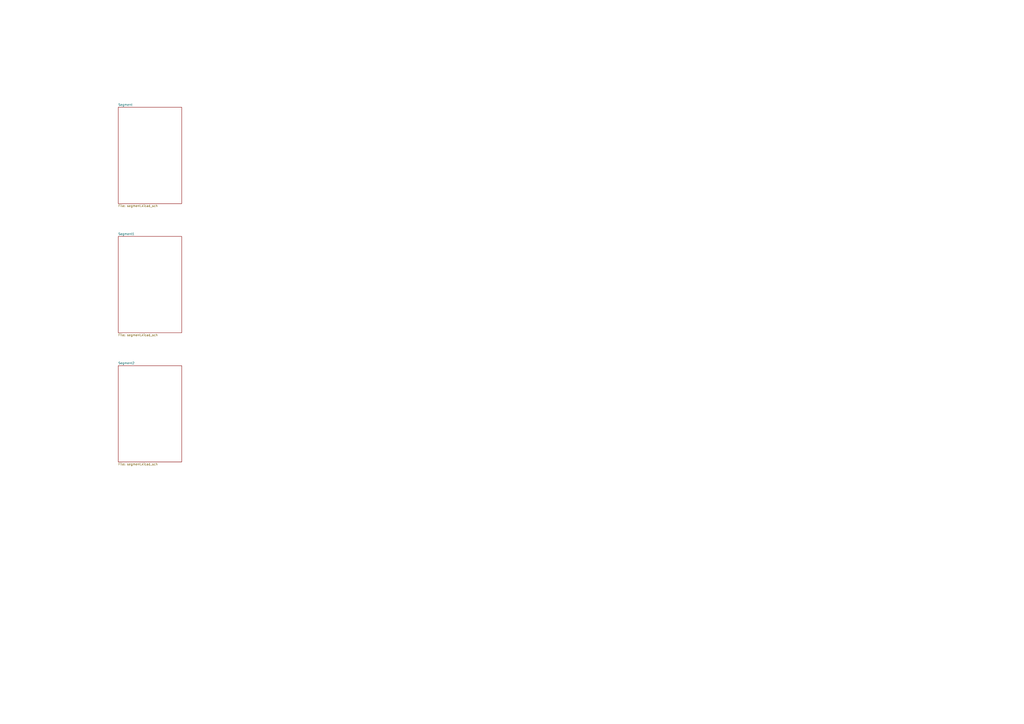
<source format=kicad_sch>
(kicad_sch (version 20211123) (generator eeschema)
  (paper "A2")
  (title_block (company "Northeastern Electric Racing"))
  (lib_symbols)
  (sheet (at 68.58 62.23) (size 36.83 55.88) (stroke (width 0.1524))
    (property "Sheet name" "Segment" (at 68.58 61.5184 0) (effects (justify left bottom)))
    (property "Sheet file" "segment.kicad_sch" (at 68.58 118.6946 0) (effects (justify left top)))
  )
  (sheet (at 68.58 212.09) (size 36.83 55.88) (stroke (width 0.1524))
    (property "Sheet name" "Segment2" (at 68.58 211.3784 0) (effects (justify left bottom)))
    (property "Sheet file" "segment.kicad_sch" (at 68.58 268.5546 0) (effects (justify left top)))
  )
  (sheet (at 68.58 137.16) (size 36.83 55.88) (stroke (width 0.1524))
    (property "Sheet name" "Segment1" (at 68.58 136.4484 0) (effects (justify left bottom)))
    (property "Sheet file" "segment.kicad_sch" (at 68.58 193.6246 0) (effects (justify left top)))
  )
)
</source>
